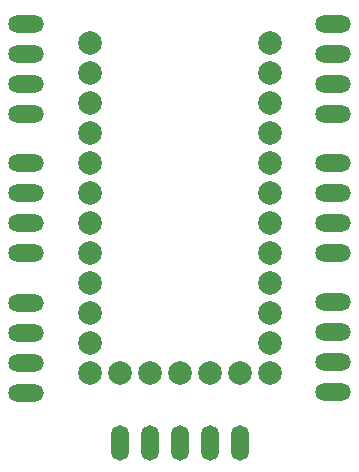
<source format=gbs>
%FSLAX33Y33*%
%MOMM*%
%AMRR-H1500000-W3000000-R750000-RO0.000*
21,1,1.5,1.5,0.,0.,360*
1,1,1.5,-0.75,0.*
1,1,1.5,0.75,0.*
1,1,1.5,0.75,-0.*
1,1,1.5,-0.75,0.*%
%AMRR-H1500000-W3000000-R750000-RO1.000*
21,1,1.5,1.5,0.,0.,180*
1,1,1.5,0.75,-0.*
1,1,1.5,-0.75,-0.*
1,1,1.5,-0.75,0.*
1,1,1.5,0.75,0.*%
%AMRR-H1500000-W3000000-R750000-RO1.500*
21,1,1.5,1.5,0.,0.,90*
1,1,1.5,-0.,-0.75*
1,1,1.5,-0.,0.75*
1,1,1.5,0.,0.75*
1,1,1.5,0.,-0.75*%
%ADD10RR-H1500000-W3000000-R750000-RO0.000*%
%ADD11RR-H1500000-W3000000-R750000-RO1.000*%
%ADD12C,2.*%
%ADD13RR-H1500000-W3000000-R750000-RO1.500*%
D10*
%LNbottom solder mask_traces*%
%LNbottom solder mask component 3d45d2e2db06df1d*%
G01*
X9601Y18923D03*
X9601Y16383D03*
X9601Y13843D03*
X9601Y11303D03*
%LNbottom solder mask component a203c9d8601a111d*%
D11*
X35585Y23114D03*
X35585Y25654D03*
X35585Y28194D03*
X35585Y30734D03*
%LNbottom solder mask component 2107499bac4653bb*%
X35585Y34900D03*
X35585Y37440D03*
X35585Y39980D03*
X35585Y42520D03*
%LNbottom solder mask component b6efed6a83d816d4*%
D10*
X9601Y30734D03*
X9601Y28194D03*
X9601Y25654D03*
X9601Y23114D03*
%LNbottom solder mask component de9b23b3ca07d20f*%
D11*
X35585Y11327D03*
X35585Y13867D03*
X35585Y16407D03*
X35585Y18947D03*
%LNbottom solder mask component 1fd8dfbc606b4cc2*%
D12*
X30226Y40894D03*
X30226Y38354D03*
X30226Y35814D03*
X30226Y33274D03*
X30226Y30734D03*
X30226Y28194D03*
X30226Y25654D03*
X30226Y23114D03*
X30226Y20574D03*
X30226Y18034D03*
X30226Y15494D03*
X30226Y12954D03*
X27686Y12954D03*
X25146Y12954D03*
X22606Y12954D03*
X20066Y12954D03*
X17526Y12954D03*
X14986Y12954D03*
X14986Y15494D03*
X14986Y18034D03*
X14986Y20574D03*
X14986Y23114D03*
X14986Y25654D03*
X14986Y28194D03*
X14986Y30734D03*
X14986Y33274D03*
X14986Y35814D03*
X14986Y38354D03*
X14986Y40894D03*
%LNbottom solder mask component 033f7e3a28d45462*%
D10*
X9601Y42520D03*
X9601Y39980D03*
X9601Y37440D03*
X9601Y34900D03*
%LNbottom solder mask component 0209c6da91707408*%
D13*
X17526Y7036D03*
X20066Y7036D03*
X22606Y7036D03*
X25146Y7036D03*
X27686Y7036D03*
M02*
</source>
